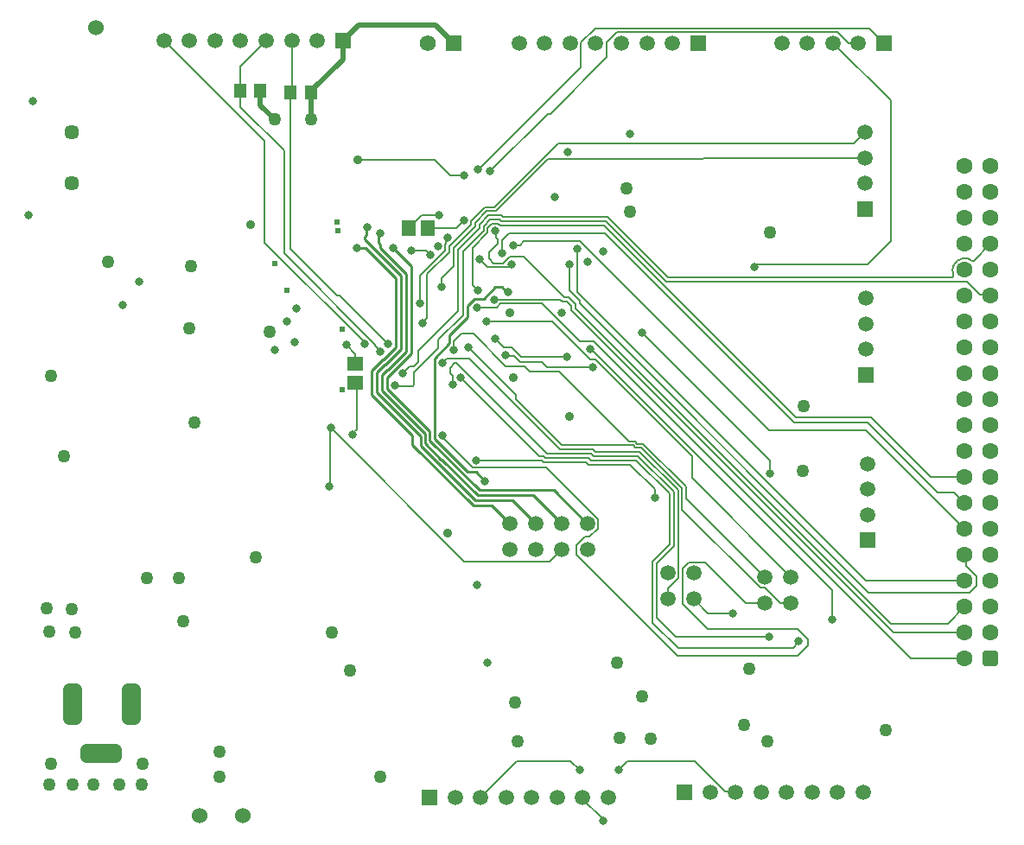
<source format=gbr>
G04*
G04 #@! TF.GenerationSoftware,Altium Limited,Altium Designer,24.2.2 (26)*
G04*
G04 Layer_Physical_Order=4*
G04 Layer_Color=16711680*
%FSLAX44Y44*%
%MOMM*%
G71*
G04*
G04 #@! TF.SameCoordinates,251A4116-46B9-4EB5-9C36-AF9AACF17162*
G04*
G04*
G04 #@! TF.FilePolarity,Positive*
G04*
G01*
G75*
%ADD14C,0.2540*%
%ADD17C,0.2032*%
%ADD24R,1.2000X1.4500*%
%ADD26R,1.4546X1.5562*%
%ADD28R,1.5562X1.4546*%
%ADD81C,0.8128*%
%ADD83C,0.5080*%
%ADD88C,1.5300*%
G04:AMPARAMS|DCode=89|XSize=4mm|YSize=1.8mm|CornerRadius=0.45mm|HoleSize=0mm|Usage=FLASHONLY|Rotation=90.000|XOffset=0mm|YOffset=0mm|HoleType=Round|Shape=RoundedRectangle|*
%AMROUNDEDRECTD89*
21,1,4.0000,0.9000,0,0,90.0*
21,1,3.1000,1.8000,0,0,90.0*
1,1,0.9000,0.4500,1.5500*
1,1,0.9000,0.4500,-1.5500*
1,1,0.9000,-0.4500,-1.5500*
1,1,0.9000,-0.4500,1.5500*
%
%ADD89ROUNDEDRECTD89*%
G04:AMPARAMS|DCode=90|XSize=4mm|YSize=1.8mm|CornerRadius=0.45mm|HoleSize=0mm|Usage=FLASHONLY|Rotation=180.000|XOffset=0mm|YOffset=0mm|HoleType=Round|Shape=RoundedRectangle|*
%AMROUNDEDRECTD90*
21,1,4.0000,0.9000,0,0,180.0*
21,1,3.1000,1.8000,0,0,180.0*
1,1,0.9000,-1.5500,0.4500*
1,1,0.9000,1.5500,0.4500*
1,1,0.9000,1.5500,-0.4500*
1,1,0.9000,-1.5500,-0.4500*
%
%ADD90ROUNDEDRECTD90*%
%ADD91C,1.5080*%
%ADD92R,1.5080X1.5080*%
%ADD93C,1.4500*%
%ADD94R,1.5750X1.5750*%
%ADD95C,1.5750*%
%ADD96R,1.5080X1.5080*%
%ADD97C,1.6000*%
G04:AMPARAMS|DCode=98|XSize=1.6mm|YSize=1.6mm|CornerRadius=0.4mm|HoleSize=0mm|Usage=FLASHONLY|Rotation=270.000|XOffset=0mm|YOffset=0mm|HoleType=Round|Shape=RoundedRectangle|*
%AMROUNDEDRECTD98*
21,1,1.6000,0.8000,0,0,270.0*
21,1,0.8000,1.6000,0,0,270.0*
1,1,0.8000,-0.4000,-0.4000*
1,1,0.8000,-0.4000,0.4000*
1,1,0.8000,0.4000,0.4000*
1,1,0.8000,0.4000,-0.4000*
%
%ADD98ROUNDEDRECTD98*%
%ADD99C,1.5200*%
%ADD100C,1.2700*%
%ADD101C,0.9144*%
%ADD102C,0.6096*%
%ADD103C,0.2032*%
D14*
X390187Y483333D02*
Y568663D01*
X372110Y586740D02*
X390187Y568663D01*
X291940Y740390D02*
X292100Y740230D01*
X351173Y442909D02*
X391160Y402922D01*
Y393955D02*
X451105Y334010D01*
X391160Y393955D02*
Y402922D01*
X336804Y586486D02*
X345694D01*
X336550Y586740D02*
X336804Y586486D01*
X461050Y536956D02*
X472734Y548640D01*
X452485Y536956D02*
X461050D01*
X374947Y489646D02*
Y557233D01*
X445516Y529987D02*
X452485Y536956D01*
X445516Y519176D02*
Y529987D01*
X369388Y462534D02*
X390187Y483333D01*
X344170Y595194D02*
X380027Y559337D01*
X363076Y477774D02*
X374947Y489646D01*
X359725Y586823D02*
X385107Y561441D01*
X365180Y472694D02*
X380027Y487541D01*
Y559337D01*
X367284Y467614D02*
X385107Y485437D01*
Y561441D01*
X345895Y599653D02*
Y606245D01*
X344170Y597928D02*
X345895Y599653D01*
X344170Y595194D02*
Y597928D01*
X345895Y606245D02*
X346964Y607314D01*
X358152Y593670D02*
X358341Y593859D01*
Y599641D02*
X359410Y600710D01*
X358341Y593859D02*
Y599641D01*
X358152Y591566D02*
Y593670D01*
Y591566D02*
X359725Y589993D01*
Y586823D02*
Y589993D01*
X413004Y399539D02*
Y478620D01*
X427482Y493098D01*
Y501142D01*
X445516Y519176D01*
X445513Y367030D02*
X453390D01*
X462280Y358140D01*
X413004Y399539D02*
X445513Y367030D01*
X455314Y344170D02*
X509270D01*
X537210Y316230D01*
X529590Y349250D02*
X561340Y317500D01*
X456827Y349250D02*
X529590D01*
X561340Y317500D02*
X562610D01*
Y316230D02*
Y317500D01*
X408432Y397645D02*
X456827Y349250D01*
X399288Y393012D02*
Y401978D01*
X408432Y397645D02*
Y407202D01*
X366776Y448858D02*
X408432Y407202D01*
X356253Y445013D02*
X399288Y401978D01*
X361333Y447118D02*
X403860Y404590D01*
X399288Y393012D02*
X453209Y339090D01*
X403860Y394982D02*
Y404590D01*
Y394982D02*
X419462Y379380D01*
X420104D01*
X455314Y344170D01*
X453209Y339090D02*
X488950D01*
X451105Y334010D02*
X468630D01*
X486410Y316230D01*
X351173Y466593D02*
X362354Y477774D01*
X363076D01*
X361333Y462384D02*
X366562Y467614D01*
X356253Y464488D02*
X364458Y472694D01*
X366562Y467614D02*
X367284D01*
X364458Y472694D02*
X365180D01*
X361333Y447118D02*
Y462384D01*
X366776Y459922D02*
X369388Y462534D01*
X369388D01*
X351173Y442909D02*
Y466593D01*
X356253Y445013D02*
Y464488D01*
X366776Y448858D02*
Y459922D01*
X345694Y586486D02*
X374947Y557233D01*
X476544Y548640D02*
X476916Y548268D01*
X483628Y543560D02*
X485140D01*
X478920Y548268D02*
X483628Y543560D01*
X476916Y548268D02*
X478920D01*
X472734Y548640D02*
X476544D01*
X488950Y339090D02*
X511810Y316230D01*
D17*
X939449Y574134D02*
G03*
X921446Y560870I-7269J-8984D01*
G01*
X920776Y558835D02*
X920776Y558836D01*
X493630Y83820D02*
X546354D01*
X554990Y75184D01*
X458070Y48260D02*
X493630Y83820D01*
X641984Y558166D02*
X920107D01*
X479769Y617474D02*
X582676D01*
X641984Y558166D01*
X580782Y612902D02*
X640090Y553594D01*
X934679D01*
X478593Y612902D02*
X580782D01*
X552450Y543560D02*
X835660Y260350D01*
X337820Y673100D02*
X412750D01*
X427990Y657860D01*
X326390Y491490D02*
X335280Y482600D01*
X246723Y591477D02*
X344170Y494030D01*
Y492760D02*
Y494030D01*
X246723Y591477D02*
Y691267D01*
X477520Y532130D02*
X518262D01*
X473710Y528320D02*
X477520Y532130D01*
X454985Y528320D02*
X473710D01*
X471424Y536194D02*
X536289D01*
X471170Y535940D02*
X471424Y536194D01*
X427990Y657860D02*
X441960D01*
X555600Y494792D02*
X569366D01*
X665058Y361102D02*
Y382590D01*
X518262Y532130D02*
X555600Y494792D01*
X570636Y477012D02*
X665058Y382590D01*
X463550Y514350D02*
X528422D01*
X565760Y477012D01*
X570636D01*
X546862Y525621D02*
X862933Y209550D01*
X538321Y534162D02*
X542696D01*
X540004Y538226D02*
X544379D01*
X536289Y536194D02*
X538321Y534162D01*
X542696D02*
X546862Y529996D01*
X544830Y545433D02*
Y570230D01*
X544379Y538226D02*
X550926Y531679D01*
X500380Y577850D02*
X540004Y538226D01*
X550926Y527304D02*
Y531679D01*
X546862Y525621D02*
Y529996D01*
X569366Y494792D02*
X880008Y184150D01*
X862933Y209550D02*
X932180D01*
X550926Y527304D02*
X859790Y218440D01*
X544830Y545433D02*
X554990Y535273D01*
Y532130D02*
Y535273D01*
Y532130D02*
X838326Y248794D01*
X552450Y543560D02*
Y585470D01*
X533917Y689102D02*
X823652D01*
X471664Y626850D02*
X533917Y689102D01*
X580043Y600710D02*
X765463Y415290D01*
X578889Y608330D02*
X766849Y420370D01*
X555606Y593090D02*
X741026Y407670D01*
X523240Y469900D02*
X567690D01*
X524170Y673608D02*
X675650D01*
X473348Y622785D02*
X524170Y673608D01*
X675650D02*
X676882Y674840D01*
X834390D01*
X823652Y689102D02*
X834390Y699840D01*
X456352Y663362D02*
X556618Y763628D01*
X455709Y663362D02*
X456352D01*
X396079Y614492D02*
Y614833D01*
X387884Y605790D02*
Y606298D01*
X396079Y614492D01*
Y614833D02*
X400384Y619139D01*
X417694D01*
X433962Y605790D02*
X441740Y613568D01*
X406400Y605790D02*
X433962D01*
X404301Y584200D02*
X408341Y580160D01*
X389890Y584200D02*
X404301D01*
X408341Y580160D02*
X409170D01*
X424513Y595504D02*
X425680Y596670D01*
X336550Y408958D02*
Y453390D01*
X332740Y405148D02*
X336550Y408958D01*
X332740Y403860D02*
Y405148D01*
X335280Y454660D02*
X336550Y453390D01*
X335280Y473176D02*
Y482600D01*
X764475Y194310D02*
X766420Y196255D01*
Y196826D02*
X769620Y200026D01*
Y201676D01*
X766420Y196255D02*
Y196826D01*
X651579Y194310D02*
X764475D01*
X768756Y187198D02*
X778764Y197206D01*
X651183Y187198D02*
X768756D01*
X778764Y197206D02*
Y203396D01*
X680901Y213360D02*
X768800D01*
X778764Y203396D01*
X648970Y205740D02*
X740410D01*
X656102Y238160D02*
X680901Y213360D01*
X630702Y224008D02*
X648970Y205740D01*
X626638Y219251D02*
X651579Y194310D01*
X551962Y286420D02*
X651183Y187198D01*
X802640Y222250D02*
Y251460D01*
X477418Y608330D02*
X578889D01*
X456968Y609794D02*
X465896Y618722D01*
X478521D01*
X485794Y600710D02*
X580043D01*
X478521Y618722D02*
X479769Y617474D01*
X500546Y593090D02*
X555606D01*
X310515Y353695D02*
Y409575D01*
X309880Y353060D02*
X310515Y353695D01*
X265430Y581660D02*
Y681990D01*
X222410Y725010D02*
X265430Y681990D01*
X222410Y725010D02*
Y740410D01*
X271940Y585926D02*
Y739140D01*
X271940Y585926D02*
X317811Y540056D01*
X222410Y740410D02*
Y764300D01*
X601726Y83820D02*
X668332D01*
X593090Y75184D02*
X601726Y83820D01*
X526342Y718112D02*
X581618Y773388D01*
X467360Y661670D02*
X523802Y718112D01*
X526342D01*
X490220Y589280D02*
X496736D01*
X500546Y593090D01*
X479508Y581198D02*
X479552Y581242D01*
Y594468D01*
X464747Y567763D02*
X484731D01*
X487249Y570281D01*
X457200Y575310D02*
X464747Y567763D01*
X487249Y570281D02*
X488899D01*
X479552Y594468D02*
X485794Y600710D01*
X486410Y577850D02*
X500380D01*
X480387Y571827D02*
X486410Y577850D01*
X466417Y582603D02*
X474980Y591166D01*
X470881Y571827D02*
X480387D01*
X474980Y591166D02*
Y595354D01*
X466417Y576291D02*
Y582603D01*
Y576291D02*
X470881Y571827D01*
X473151Y597182D02*
X474980Y595354D01*
X473151Y597182D02*
Y602539D01*
X472209Y603481D02*
X473151Y602539D01*
X461032Y604005D02*
Y608111D01*
X448840Y609773D02*
Y613161D01*
X450088Y586594D02*
X465097Y601603D01*
X427482Y588415D02*
X448840Y609773D01*
X452905Y608090D02*
Y611478D01*
X440690Y583662D02*
X461032Y604005D01*
X465097Y601603D02*
Y606427D01*
X435610Y585048D02*
X456968Y606406D01*
X431546Y586731D02*
X452905Y608090D01*
X456968Y606406D02*
Y609794D01*
X467579Y614658D02*
X476838D01*
X469263Y610593D02*
X475154D01*
X465097Y606427D02*
X469263Y610593D01*
X461032Y608111D02*
X467579Y614658D01*
X462529Y626850D02*
X471664D01*
X448840Y613161D02*
X462529Y626850D01*
X464212Y622785D02*
X473348D01*
X452905Y611478D02*
X464212Y622785D01*
X475154Y610593D02*
X477418Y608330D01*
X476838Y614658D02*
X478593Y612902D01*
X450088Y549910D02*
X455168Y544830D01*
X450088Y549910D02*
Y586594D01*
X423418Y584351D02*
Y590098D01*
X424513Y591193D01*
X398780Y559713D02*
X423418Y584351D01*
X424513Y591193D02*
Y595504D01*
X398780Y532130D02*
Y559713D01*
X435610Y524510D02*
Y585048D01*
X419608Y556768D02*
X431546Y568706D01*
Y586731D01*
X440690Y520457D02*
Y583662D01*
X405892Y517652D02*
Y561077D01*
X419608Y548640D02*
X419608Y548640D01*
Y556768D01*
X405892Y561077D02*
X427482Y582667D01*
Y588415D01*
X397271Y486171D02*
X435610Y524510D01*
X416875Y496642D02*
X440690Y520457D01*
X392894Y470364D02*
X397271Y474741D01*
X393060Y464783D02*
X416875Y488598D01*
X397271Y474741D02*
Y486171D01*
X393060Y452671D02*
Y464783D01*
X391870Y451480D02*
X393060Y452671D01*
X374782Y451480D02*
X391870D01*
X401320Y513080D02*
X405892Y517652D01*
X359586Y485420D02*
Y486067D01*
X354881Y490772D02*
X359586Y486067D01*
X320036Y540056D02*
X367073Y493019D01*
X265430Y581660D02*
X354881Y492209D01*
X148050Y789940D02*
X246723Y691267D01*
X354881Y490772D02*
Y492209D01*
X317811Y540056D02*
X320036D01*
X570708Y802052D02*
X838788D01*
X556618Y787962D02*
X570708Y802052D01*
X556618Y763628D02*
Y787962D01*
X838788Y802052D02*
X853440Y787400D01*
X591644Y797988D02*
X807826D01*
X818414Y787400D01*
X828440D01*
X581618Y773388D02*
Y787962D01*
X591644Y797988D01*
X565150Y487680D02*
X566420D01*
X802640Y251460D01*
X880008Y184150D02*
X932180D01*
X835660Y260350D02*
X932180D01*
X838326Y248794D02*
X936967D01*
X616636Y503504D02*
X741680Y378460D01*
X915670Y218440D02*
X932180Y234950D01*
X859790Y218440D02*
X915670D01*
X416875Y488598D02*
Y496642D01*
X497483Y480060D02*
X542290D01*
X490728Y481068D02*
X496816Y474980D01*
X518160D02*
X523240Y469900D01*
X496816Y474980D02*
X518160D01*
X651510Y328444D02*
Y349213D01*
X615710Y390760D02*
X655574Y350896D01*
X647446Y294141D02*
Y347529D01*
X610660Y378568D02*
X643382Y345846D01*
X659638Y341122D02*
Y352579D01*
X655574Y330127D02*
Y350896D01*
X614026Y386696D02*
X651510Y349213D01*
X643382Y295824D02*
Y345846D01*
X617393Y394824D02*
X659638Y352579D01*
X612343Y382632D02*
X647446Y347529D01*
X659638Y341122D02*
X736600Y264160D01*
X655574Y330127D02*
X732189Y253512D01*
X736907D01*
X662339Y278618D02*
X677759D01*
X717617Y238760D02*
X736600D01*
X677759Y278618D02*
X717617Y238760D01*
X626638Y279080D02*
X643382Y295824D01*
X630702Y277397D02*
X647446Y294141D01*
X641350Y252911D02*
X651998Y263559D01*
X656102Y272381D02*
X662339Y278618D01*
X656102Y238160D02*
Y272381D01*
X651998Y263559D02*
Y327956D01*
X630702Y224008D02*
Y277397D01*
X626638Y219251D02*
Y279080D01*
X641350Y242570D02*
Y252911D01*
X665058Y361102D02*
X762000Y264160D01*
X651510Y328444D02*
X651998Y327956D01*
X751658Y238760D02*
X762000D01*
X736907Y253512D02*
X751658Y238760D01*
X537718Y393192D02*
X607531D01*
X453644Y378714D02*
X518444D01*
X566168Y378568D02*
X610660D01*
X492327Y438583D02*
X537718Y393192D01*
X603504Y397256D02*
X609214D01*
X563660Y374504D02*
X604666D01*
X534924Y465836D02*
X603504Y397256D01*
X566750Y385064D02*
X569182Y382632D01*
X612343D01*
X536035Y389128D02*
X568433D01*
X570865Y386696D02*
X614026D01*
X568433Y389128D02*
X570865Y386696D01*
X438912Y459683D02*
X515817Y382778D01*
X521905Y381000D02*
X563736D01*
X518444Y378714D02*
X520222Y376936D01*
X607531Y393192D02*
X609962Y390760D01*
X434384Y474269D02*
X523589Y385064D01*
X446830Y478333D02*
X536035Y389128D01*
X515817Y382778D02*
X520127D01*
X523589Y385064D02*
X566750D01*
X520127Y382778D02*
X521905Y381000D01*
X563736D02*
X566168Y378568D01*
X561228Y376936D02*
X563660Y374504D01*
X520222Y376936D02*
X561228D01*
X433013Y474269D02*
X434384D01*
X427990Y469246D02*
X433013Y474269D01*
X453390Y378460D02*
X453644Y378714D01*
X522551Y371348D02*
X573258Y320640D01*
X450444Y371348D02*
X522551D01*
X680720Y228600D02*
X704850D01*
X666750Y242570D02*
X680720Y228600D01*
X551962Y295240D02*
X560252Y303530D01*
X609962Y390760D02*
X615710D01*
X628650Y341630D02*
Y350520D01*
X604666Y374504D02*
X628650Y350520D01*
X611646Y394824D02*
X617393D01*
X609214Y397256D02*
X611646Y394824D01*
X420370Y473710D02*
X424993Y478333D01*
X446830D01*
X430990Y453260D02*
Y461048D01*
Y453260D02*
X431330Y452920D01*
X427990Y464048D02*
X430990Y461048D01*
X388353Y470364D02*
X392894D01*
X381794Y463804D02*
X388353Y470364D01*
X427990Y464048D02*
Y469246D01*
X492327Y438583D02*
Y442393D01*
X451460Y502412D02*
X482956Y470916D01*
X500880D02*
X505960Y465836D01*
X482956Y470916D02*
X500880D01*
X505960Y465836D02*
X534924D01*
X445770Y488950D02*
X492327Y442393D01*
X431800Y495198D02*
X439014Y502412D01*
X451460D01*
X431800Y486410D02*
Y495198D01*
X420370Y401422D02*
X450444Y371348D01*
X420370Y401422D02*
Y402590D01*
X472440Y497840D02*
X481076Y489204D01*
X482600Y481330D02*
X482862Y481068D01*
X490728D01*
X573258Y311819D02*
Y320640D01*
X564969Y303530D02*
X573258Y311819D01*
X560252Y303530D02*
X564969D01*
X551962Y286420D02*
Y295240D01*
X441686Y279674D02*
X526054D01*
X311150Y410210D02*
X441686Y279674D01*
X488340Y489204D02*
X497483Y480060D01*
X481076Y489204D02*
X488340D01*
X741680Y365760D02*
Y378460D01*
X727630Y570230D02*
X836930D01*
X726440Y569040D02*
X727630Y570230D01*
X726440Y567690D02*
Y569040D01*
X836930Y570230D02*
X859790Y593090D01*
X803440Y787400D02*
X859790Y731050D01*
Y593090D02*
Y731050D01*
X920776Y558836D02*
X921446Y559505D01*
X947040Y541233D02*
X956097D01*
X921446Y560452D02*
Y560870D01*
X956097Y541233D02*
X957580Y539750D01*
X934679Y553594D02*
X947040Y541233D01*
X920107Y558166D02*
X920776Y558835D01*
X921446Y559505D02*
Y560452D01*
X766849Y420370D02*
X840740D01*
X765463Y415290D02*
X836930D01*
X741026Y407670D02*
X835660D01*
X932180Y311150D01*
X836930Y415290D02*
X905510Y346710D01*
X840740Y420370D02*
X899160Y361950D01*
X374142Y452120D02*
X374782Y451480D01*
X939449Y574134D02*
X939449D01*
X940217Y574134D01*
X940217D02*
X941164Y574134D01*
X310515Y409575D02*
X311150Y410210D01*
X526054Y279674D02*
X537210Y290830D01*
X558070Y46720D02*
X577850Y26940D01*
Y25400D02*
Y26940D01*
X558070Y46720D02*
Y48260D01*
X698040Y54112D02*
X707348D01*
X668332Y83820D02*
X698040Y54112D01*
X707348D02*
X708120Y53340D01*
X941164Y574134D02*
X957580Y590550D01*
X899160Y361950D02*
X932180D01*
X905510Y346710D02*
X922020D01*
X932180Y336550D01*
X943736Y255563D02*
Y265137D01*
X936967Y248794D02*
X943736Y255563D01*
X933663Y275210D02*
X943736Y265137D01*
X933663Y275210D02*
Y284267D01*
X932180Y285750D02*
X933663Y284267D01*
X271940Y739140D02*
X273050Y740250D01*
Y789940D01*
X222410Y764300D02*
X248050Y789940D01*
D24*
X271940Y739140D02*
D03*
X291940D02*
D03*
X222410Y740410D02*
D03*
X242410D02*
D03*
D26*
X406400Y605790D02*
D03*
X387884D02*
D03*
D28*
X335280Y454660D02*
D03*
Y473176D02*
D03*
D81*
X15240Y618490D02*
D03*
X604520Y698500D02*
D03*
X19050Y730250D02*
D03*
X464820Y180340D02*
D03*
X554990Y75184D02*
D03*
X326390Y491490D02*
D03*
X277271Y527608D02*
D03*
X267970Y514350D02*
D03*
X275590Y494030D02*
D03*
X537210Y523240D02*
D03*
X577850Y582930D02*
D03*
X562610Y572770D02*
D03*
X552450Y585470D02*
D03*
X567690Y469900D02*
D03*
X454660Y256540D02*
D03*
X543560Y680720D02*
D03*
X441960Y657860D02*
D03*
X455709Y663362D02*
D03*
X417694Y619139D02*
D03*
X389890Y584200D02*
D03*
X372110Y586740D02*
D03*
X425680Y596670D02*
D03*
X441740Y613568D02*
D03*
X256540Y486410D02*
D03*
X332740Y403860D02*
D03*
X769620Y201676D02*
D03*
X740410Y205740D02*
D03*
X802640Y222250D02*
D03*
X530860Y636270D02*
D03*
X544830Y570230D02*
D03*
X123190Y553720D02*
D03*
X309880Y353060D02*
D03*
X593090Y75184D02*
D03*
X107421Y530536D02*
D03*
X336550Y586740D02*
D03*
X467360Y661670D02*
D03*
X490220Y589280D02*
D03*
X479508Y581198D02*
D03*
X472209Y603481D02*
D03*
X488899Y570281D02*
D03*
X457200Y575310D02*
D03*
X471170Y535940D02*
D03*
X455168Y544830D02*
D03*
X454985Y528320D02*
D03*
X409170Y580160D02*
D03*
X416306Y588009D02*
D03*
X419608Y548640D02*
D03*
X398780Y532130D02*
D03*
X401320Y513080D02*
D03*
X359586Y485420D02*
D03*
X367073Y493019D02*
D03*
X344170Y492760D02*
D03*
X565150Y487680D02*
D03*
X616636Y503504D02*
D03*
X542290Y480060D02*
D03*
X704850Y228600D02*
D03*
X628650Y341630D02*
D03*
X359410Y600710D02*
D03*
X346964Y607314D02*
D03*
X420370Y473710D02*
D03*
X431330Y452920D02*
D03*
X438912Y459683D02*
D03*
X445770Y488950D02*
D03*
X431800Y486410D02*
D03*
X420370Y402590D02*
D03*
X453390Y378460D02*
D03*
X472440Y497840D02*
D03*
X482600Y481330D02*
D03*
X463550Y514350D02*
D03*
X741680Y365760D02*
D03*
X726440Y567690D02*
D03*
X462280Y358140D02*
D03*
X374142Y452120D02*
D03*
X381794Y463804D02*
D03*
X485140Y543560D02*
D03*
X311150Y410210D02*
D03*
X577850Y25400D02*
D03*
D83*
X292100Y712470D02*
Y740230D01*
X338290Y805180D02*
X413650D01*
X431600Y787230D01*
X242410Y726600D02*
Y740410D01*
Y726600D02*
X256540Y712470D01*
X323050Y771500D02*
Y789940D01*
X291940Y740390D02*
X323050Y771500D01*
Y789940D02*
X338290Y805180D01*
D88*
X224790Y30480D02*
D03*
X81280Y802640D02*
D03*
X182880Y30480D02*
D03*
D89*
X116360Y139440D02*
D03*
X58360D02*
D03*
D90*
X86360Y91440D02*
D03*
D91*
X273050Y789940D02*
D03*
X835660Y537210D02*
D03*
X621030Y787400D02*
D03*
X708120Y53340D02*
D03*
X758120D02*
D03*
X808120D02*
D03*
X833120D02*
D03*
X783120D02*
D03*
X683120D02*
D03*
X733120D02*
D03*
X458070Y48260D02*
D03*
X508070D02*
D03*
X558070D02*
D03*
X583070D02*
D03*
X533070D02*
D03*
X433070D02*
D03*
X483070D02*
D03*
X148050Y789940D02*
D03*
X173050D02*
D03*
X198050D02*
D03*
X223050D02*
D03*
X298050D02*
D03*
X248050D02*
D03*
X496030Y787400D02*
D03*
X521030D02*
D03*
X546030D02*
D03*
X571030D02*
D03*
X646030D02*
D03*
X596030D02*
D03*
X828440D02*
D03*
X803440D02*
D03*
X778440D02*
D03*
X753440D02*
D03*
X834390Y699840D02*
D03*
Y674840D02*
D03*
Y649840D02*
D03*
X835660Y512210D02*
D03*
Y487210D02*
D03*
X836930Y325120D02*
D03*
Y350120D02*
D03*
Y375120D02*
D03*
D92*
X853440Y787400D02*
D03*
X658120Y53340D02*
D03*
X408070Y48260D02*
D03*
X323050Y789940D02*
D03*
X671030Y787400D02*
D03*
D93*
X57480Y700480D02*
D03*
Y650480D02*
D03*
D94*
X431600Y787230D02*
D03*
D95*
X406600D02*
D03*
D96*
X834390Y624840D02*
D03*
X835660Y462210D02*
D03*
X836930Y300120D02*
D03*
D97*
X932180Y463550D02*
D03*
X957580D02*
D03*
X932180Y438150D02*
D03*
Y412750D02*
D03*
X957580Y438150D02*
D03*
Y412750D02*
D03*
X932180Y311150D02*
D03*
Y285750D02*
D03*
X957580Y311150D02*
D03*
Y285750D02*
D03*
X932180Y184150D02*
D03*
X957580Y209550D02*
D03*
X932180D02*
D03*
X957580Y234950D02*
D03*
X932180D02*
D03*
X957580Y260350D02*
D03*
X932180D02*
D03*
X957580Y336550D02*
D03*
X932180D02*
D03*
X957580Y361950D02*
D03*
Y387350D02*
D03*
X932180Y361950D02*
D03*
Y387350D02*
D03*
X957580Y488950D02*
D03*
Y514350D02*
D03*
Y539750D02*
D03*
Y565150D02*
D03*
X932180Y488950D02*
D03*
Y514350D02*
D03*
Y539750D02*
D03*
Y565150D02*
D03*
X957580Y590550D02*
D03*
Y641350D02*
D03*
Y666750D02*
D03*
X932180Y590550D02*
D03*
Y615950D02*
D03*
Y641350D02*
D03*
Y666750D02*
D03*
X957580Y615950D02*
D03*
D98*
Y184150D02*
D03*
D99*
X486410Y290830D02*
D03*
Y316230D02*
D03*
X511810Y290830D02*
D03*
Y316230D02*
D03*
X537210Y290830D02*
D03*
Y316230D02*
D03*
X562610Y290830D02*
D03*
Y316230D02*
D03*
X666750Y267970D02*
D03*
Y242570D02*
D03*
X641350Y267970D02*
D03*
Y242570D02*
D03*
X762000Y264160D02*
D03*
Y238760D02*
D03*
X736600Y264160D02*
D03*
Y238760D02*
D03*
D100*
X49530Y382270D02*
D03*
X36830Y461010D02*
D03*
X130810Y262890D02*
D03*
X57150Y232410D02*
D03*
X237490Y283210D02*
D03*
X359410Y68580D02*
D03*
X330200Y172720D02*
D03*
X162560Y262890D02*
D03*
X33020Y233680D02*
D03*
X92964Y572770D02*
D03*
X173990Y568960D02*
D03*
X251460Y504190D02*
D03*
X104140Y60960D02*
D03*
X172720Y508000D02*
D03*
X177800Y415290D02*
D03*
X127360Y81280D02*
D03*
X125730Y60960D02*
D03*
X773430Y368300D02*
D03*
X774700Y431800D02*
D03*
X615950Y147320D02*
D03*
X600710Y645160D02*
D03*
X591820Y180086D02*
D03*
X721402Y174474D02*
D03*
X604520Y622300D02*
D03*
X256540Y712470D02*
D03*
X292100D02*
D03*
X494030Y102870D02*
D03*
X624840Y105410D02*
D03*
X739140Y102870D02*
D03*
X854710Y114300D02*
D03*
X716280Y119380D02*
D03*
X594360Y106680D02*
D03*
X491490Y140970D02*
D03*
X312420Y209550D02*
D03*
X166370Y220980D02*
D03*
X741680Y601980D02*
D03*
X36830Y81280D02*
D03*
X201930Y92710D02*
D03*
Y68580D02*
D03*
X60960Y209550D02*
D03*
X35560Y210820D02*
D03*
X78740Y60960D02*
D03*
X58420D02*
D03*
X35560D02*
D03*
D101*
X425450Y307340D02*
D03*
X232410Y609600D02*
D03*
X544830Y421640D02*
D03*
X490220Y459740D02*
D03*
X486410Y523240D02*
D03*
X337820Y673100D02*
D03*
D102*
X322419Y447387D02*
D03*
X267970Y544830D02*
D03*
X256540Y571500D02*
D03*
X322580Y506730D02*
D03*
X317101Y611800D02*
D03*
X318025Y603250D02*
D03*
D103*
X921446Y560452D02*
D03*
X940217Y574134D02*
D03*
M02*

</source>
